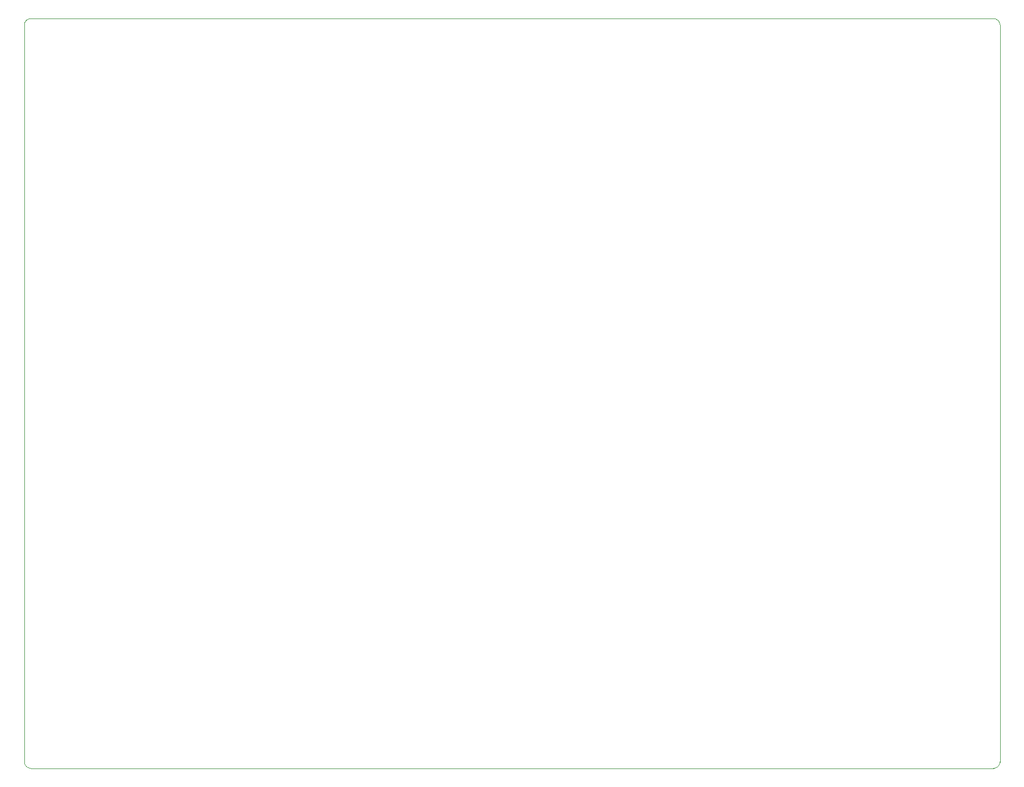
<source format=gko>
G04*
G04 #@! TF.GenerationSoftware,Altium Limited,Altium Designer,21.4.1 (30)*
G04*
G04 Layer_Color=16711935*
%FSLAX25Y25*%
%MOIN*%
G70*
G04*
G04 #@! TF.SameCoordinates,07BA8920-E91E-4FA6-B340-E2803C7595EB*
G04*
G04*
G04 #@! TF.FilePolarity,Positive*
G04*
G01*
G75*
%ADD109C,0.00000*%
D109*
X0Y3937D02*
G03*
X3937Y0I3937J0D01*
G01*
X610236D02*
G03*
X614173Y3937I0J3937D01*
G01*
Y468504D02*
G03*
X610236Y472441I-3937J0D01*
G01*
X3937D02*
G03*
X0Y468504I0J-3937D01*
G01*
X3937Y0D02*
X610236D01*
X614173Y3937D02*
Y468504D01*
X3937Y472441D02*
X610236D01*
X0Y3937D02*
Y468504D01*
M02*

</source>
